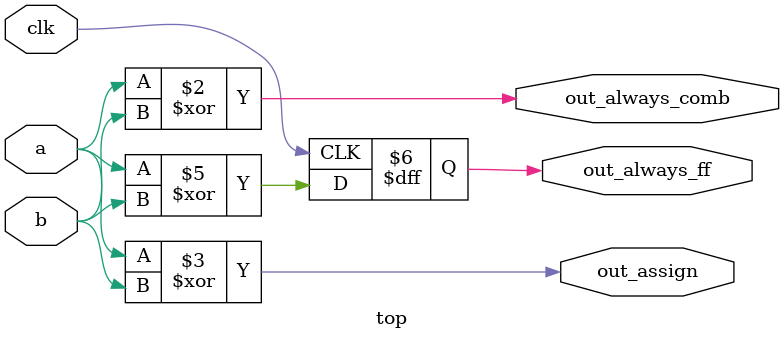
<source format=sv>
module top ( 
  input clk,
  input a,
  input b,
  output wire out_assign,
  output reg out_always_comb,
  output reg out_always_ff
);

  always @* out_always_comb = a ^ b;
  assign out_assign = a ^ b;


  always @(posedge clk) 
    out_always_ff <= a ^ b;

endmodule

</source>
